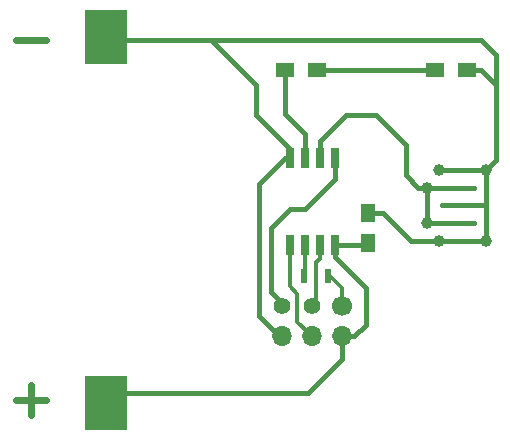
<source format=gtl>
G04 #@! TF.FileFunction,Copper,L1,Top,Signal*
%FSLAX46Y46*%
G04 Gerber Fmt 4.6, Leading zero omitted, Abs format (unit mm)*
G04 Created by KiCad (PCBNEW 4.0.6) date 03/25/19 16:38:30*
%MOMM*%
%LPD*%
G01*
G04 APERTURE LIST*
%ADD10C,0.100000*%
%ADD11C,0.406400*%
%ADD12C,0.400000*%
%ADD13R,0.600000X1.300000*%
%ADD14R,3.560000X4.600000*%
%ADD15C,1.000000*%
%ADD16R,1.500000X1.300000*%
%ADD17C,1.700000*%
%ADD18O,1.700000X1.700000*%
%ADD19C,1.400000*%
%ADD20R,0.650000X1.700000*%
%ADD21R,1.250000X1.500000*%
%ADD22C,0.609600*%
%ADD23C,0.304800*%
G04 APERTURE END LIST*
D10*
D11*
X176689000Y-76478000D02*
X176689000Y-79478000D01*
X181689000Y-74978000D02*
X181689000Y-80978000D01*
D12*
X180689000Y-76478000D02*
X176689000Y-76478000D01*
X181689000Y-80978000D02*
X177689000Y-80978000D01*
X180689000Y-79478000D02*
X176689000Y-79478000D01*
X181689000Y-77978000D02*
X177939000Y-77978000D01*
X181689000Y-74978000D02*
X177689000Y-74978000D01*
D13*
X168289000Y-84008000D03*
X166289000Y-84008000D03*
D14*
X149479000Y-94748000D03*
X149479000Y-63748000D03*
D15*
X177689000Y-74978000D03*
X176689000Y-79478000D03*
X177689000Y-80978000D03*
X181689000Y-80978000D03*
X181689000Y-74978000D03*
X176689000Y-76478000D03*
D16*
X180039000Y-66548000D03*
X177339000Y-66548000D03*
D17*
X169481500Y-86550500D03*
D18*
X169481500Y-89090500D03*
D19*
X166941500Y-86550500D03*
D18*
X166941500Y-89090500D03*
D19*
X164401500Y-86550500D03*
D18*
X164401500Y-89090500D03*
D20*
X168846500Y-74010500D03*
X167576500Y-74010500D03*
X166306500Y-74010500D03*
X165036500Y-74010500D03*
X165036500Y-81310500D03*
X166306500Y-81310500D03*
X167576500Y-81310500D03*
X168846500Y-81310500D03*
D16*
X167339000Y-66548000D03*
X164639000Y-66548000D03*
D21*
X171704000Y-78633000D03*
X171704000Y-81133000D03*
D22*
X141859000Y-64008000D02*
X144399000Y-64008000D01*
X143129000Y-93218000D02*
X143129000Y-95758000D01*
X141859000Y-94488000D02*
X144399000Y-94488000D01*
D11*
X177689000Y-80978000D02*
X181689000Y-80978000D01*
X181689000Y-80978000D02*
X181689000Y-74978000D01*
X177689000Y-74978000D02*
X181689000Y-74978000D01*
X177689000Y-80978000D02*
X175339000Y-80978000D01*
X172994000Y-78633000D02*
X171704000Y-78633000D01*
X175339000Y-80978000D02*
X172994000Y-78633000D01*
X180039000Y-66548000D02*
X181229000Y-66548000D01*
X181229000Y-66548000D02*
X182499000Y-67818000D01*
X181689000Y-74978000D02*
X182499000Y-74168000D01*
X182499000Y-74168000D02*
X182499000Y-67818000D01*
X182499000Y-65278000D02*
X181229000Y-64008000D01*
X159639000Y-64008000D02*
X181229000Y-64008000D01*
X158369000Y-64008000D02*
X159639000Y-64008000D01*
X182499000Y-67818000D02*
X182499000Y-65278000D01*
X158369000Y-64008000D02*
X162179000Y-67818000D01*
X162179000Y-67818000D02*
X162179000Y-70358000D01*
X162179000Y-70358000D02*
X165036500Y-73215500D01*
X150069000Y-64008000D02*
X158369000Y-64008000D01*
X150069000Y-64008000D02*
X149479000Y-64598000D01*
X165036500Y-73215500D02*
X165036500Y-74010500D01*
X165036500Y-74010500D02*
X165036500Y-73215500D01*
X180039000Y-66548000D02*
X180213000Y-66548000D01*
X165036500Y-74010500D02*
X164622500Y-74010500D01*
X162433000Y-87376000D02*
X164147500Y-89090500D01*
X162433000Y-76200000D02*
X162433000Y-87376000D01*
X164622500Y-74010500D02*
X162433000Y-76200000D01*
X164147500Y-89090500D02*
X164401500Y-89090500D01*
X149479000Y-93898000D02*
X166579000Y-93898000D01*
X169481500Y-90995500D02*
X169481500Y-89090500D01*
X166579000Y-93898000D02*
X169481500Y-90995500D01*
X168846500Y-81310500D02*
X168846500Y-82365500D01*
X170506500Y-89090500D02*
X169481500Y-89090500D01*
X171489000Y-88108000D02*
X170506500Y-89090500D01*
X171489000Y-85008000D02*
X171489000Y-88108000D01*
X168846500Y-82365500D02*
X171489000Y-85008000D01*
X169124000Y-89448000D02*
X169481500Y-89090500D01*
X169124000Y-89448000D02*
X169481500Y-89090500D01*
X168846500Y-81310500D02*
X171526500Y-81310500D01*
X171526500Y-81310500D02*
X171704000Y-81133000D01*
D23*
X168239000Y-84008000D02*
X168489000Y-84008000D01*
X168489000Y-84008000D02*
X169481500Y-85000500D01*
X169481500Y-85000500D02*
X169481500Y-86550500D01*
X166306500Y-81310500D02*
X166306500Y-83975500D01*
X166306500Y-83975500D02*
X166339000Y-84008000D01*
X167576500Y-81310500D02*
X167576500Y-82520500D01*
X167289000Y-82808000D02*
X167289000Y-86203000D01*
X167576500Y-82520500D02*
X167289000Y-82808000D01*
X167289000Y-86203000D02*
X166941500Y-86550500D01*
X166889000Y-86498000D02*
X166941500Y-86550500D01*
X165036500Y-81310500D02*
X165036500Y-84855500D01*
X165689000Y-87838000D02*
X166941500Y-89090500D01*
X165689000Y-85508000D02*
X165689000Y-87838000D01*
X165036500Y-84855500D02*
X165689000Y-85508000D01*
D11*
X164401500Y-86550500D02*
X164401500Y-86296500D01*
X164401500Y-86296500D02*
X163449000Y-85344000D01*
X163449000Y-85344000D02*
X163449000Y-79883000D01*
X163449000Y-79883000D02*
X163766500Y-79565500D01*
X168846500Y-74010500D02*
X168846500Y-75755500D01*
X165036500Y-78295500D02*
X163766500Y-79565500D01*
X166306500Y-78295500D02*
X165036500Y-78295500D01*
X168846500Y-75755500D02*
X166306500Y-78295500D01*
X176689000Y-79478000D02*
X176689000Y-76478000D01*
X167576500Y-74010500D02*
X167576500Y-72580500D01*
X175919000Y-76478000D02*
X176689000Y-76478000D01*
X174879000Y-75438000D02*
X175919000Y-76478000D01*
X174879000Y-72898000D02*
X174879000Y-75438000D01*
X172339000Y-70358000D02*
X174879000Y-72898000D01*
X169799000Y-70358000D02*
X172339000Y-70358000D01*
X167576500Y-72580500D02*
X169799000Y-70358000D01*
X166306500Y-74010500D02*
X166306500Y-71945500D01*
X164639000Y-70278000D02*
X164639000Y-66548000D01*
X166306500Y-71945500D02*
X164639000Y-70278000D01*
X167339000Y-66548000D02*
X177339000Y-66548000D01*
M02*

</source>
